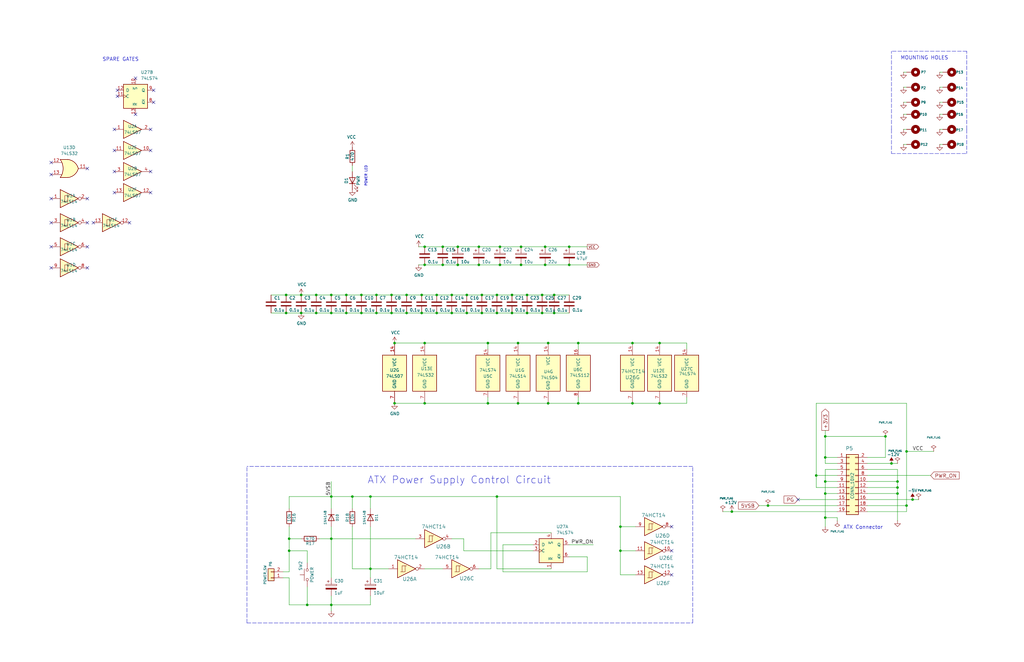
<source format=kicad_sch>
(kicad_sch (version 20231120) (generator "eeschema") (generator_version "8.0")
  (paper "B")
  (title_block (title "CortexPC") (date "2025-05-25") (rev "V0.5"))
  (lib_symbols
    (symbol "74xx:74LS04"
      (property "Reference" "U" (at 0 1.27 0))
      (property "Value" "74LS04" (at 0 -1.27 0))
      (symbol "74LS04_1_0"
        (pin input line (at -7.62 0 0) (length 3.81) (name "~") (number "1"))
        (pin output inverted (at 7.62 0 180) (length 3.81) (name "~") (number "2"))
      )
      (symbol "74LS04_2_0"
        (pin input line (at -7.62 0 0) (length 3.81) (name "~") (number "3"))
        (pin output inverted (at 7.62 0 180) (length 3.81) (name "~") (number "4"))
      )
      (symbol "74LS04_3_0"
        (pin input line (at -7.62 0 0) (length 3.81) (name "~") (number "5"))
        (pin output inverted (at 7.62 0 180) (length 3.81) (name "~") (number "6"))
      )
      (symbol "74LS04_4_0"
        (pin output inverted (at 7.62 0 180) (length 3.81) (name "~") (number "8"))
        (pin input line (at -7.62 0 0) (length 3.81) (name "~") (number "9"))
      )
      (symbol "74LS04_5_0"
        (pin output inverted (at 7.62 0 180) (length 3.81) (name "~") (number "10"))
        (pin input line (at -7.62 0 0) (length 3.81) (name "~") (number "11"))
      )
      (symbol "74LS04_6_0"
        (pin output inverted (at 7.62 0 180) (length 3.81) (name "~") (number "12"))
        (pin input line (at -7.62 0 0) (length 3.81) (name "~") (number "13"))
      )
      (symbol "74LS04_7_0"
        (pin power_in line (at 0 12.7 270) (length 5.08) (name "VCC") (number "14"))
        (pin power_in line (at 0 -12.7 90) (length 5.08) (name "GND") (number "7"))
      )
    )
    (symbol "74xx:74LS07" (pin_names (offset 1.016))
      (property "Reference" "U" (at 0 1.27 0))
      (property "Value" "74LS07" (at 0 -1.27 0))
      (symbol "74LS07_1_0"
        (pin input line (at -7.62 0 0) (length 3.81) (name "~") (number "1"))
        (pin open_collector line (at 7.62 0 180) (length 3.81) (name "~") (number "2"))
      )
      (symbol "74LS07_2_0"
        (pin input line (at -7.62 0 0) (length 3.81) (name "~") (number "3"))
        (pin open_collector line (at 7.62 0 180) (length 3.81) (name "~") (number "4"))
      )
      (symbol "74LS07_3_0"
        (pin input line (at -7.62 0 0) (length 3.81) (name "~") (number "5"))
        (pin open_collector line (at 7.62 0 180) (length 3.81) (name "~") (number "6"))
      )
      (symbol "74LS07_4_0"
        (pin open_collector line (at 7.62 0 180) (length 3.81) (name "~") (number "8"))
        (pin input line (at -7.62 0 0) (length 3.81) (name "~") (number "9"))
      )
      (symbol "74LS07_5_0"
        (pin open_collector line (at 7.62 0 180) (length 3.81) (name "~") (number "10"))
        (pin input line (at -7.62 0 0) (length 3.81) (name "~") (number "11"))
      )
      (symbol "74LS07_6_0"
        (pin open_collector line (at 7.62 0 180) (length 3.81) (name "~") (number "12"))
        (pin input line (at -7.62 0 0) (length 3.81) (name "~") (number "13"))
      )
      (symbol "74LS07_7_0"
        (pin power_in line (at 0 12.7 270) (length 5.08) (name "VCC") (number "14"))
        (pin power_in line (at 0 -12.7 90) (length 5.08) (name "GND") (number "7"))
      )
    )
    (symbol "74xx:74LS112" (pin_names (offset 1.016))
      (property "Reference" "U" (at -7.62 8.89 0))
      (property "Value" "74LS112" (at -7.62 -8.89 0))
      (symbol "74LS112_1_0"
        (pin input clock (at -7.62 0 0) (length 2.54) (name "C") (number "1"))
        (pin input line (at 0 -7.62 90) (length 2.54) (name "~{R}") (number "15"))
        (pin input line (at -7.62 -2.54 0) (length 2.54) (name "K") (number "2"))
        (pin input line (at -7.62 2.54 0) (length 2.54) (name "J") (number "3"))
        (pin input line (at 0 7.62 270) (length 2.54) (name "~{S}") (number "4"))
        (pin output line (at 7.62 2.54 180) (length 2.54) (name "Q") (number "5"))
        (pin output line (at 7.62 -2.54 180) (length 2.54) (name "~{Q}") (number "6"))
      )
      (symbol "74LS112_2_0"
        (pin input line (at 0 7.62 270) (length 2.54) (name "~{S}") (number "10"))
        (pin input line (at -7.62 2.54 0) (length 2.54) (name "J") (number "11"))
        (pin input line (at -7.62 -2.54 0) (length 2.54) (name "K") (number "12"))
        (pin input clock (at -7.62 0 0) (length 2.54) (name "C") (number "13"))
        (pin input line (at 0 -7.62 90) (length 2.54) (name "~{R}") (number "14"))
        (pin output line (at 7.62 -2.54 180) (length 2.54) (name "~{Q}") (number "7"))
        (pin output line (at 7.62 2.54 180) (length 2.54) (name "Q") (number "9"))
      )
      (symbol "74LS112_3_0"
        (pin power_in line (at 0 10.16 270) (length 2.54) (name "VCC") (number "16"))
        (pin power_in line (at 0 -10.16 90) (length 2.54) (name "GND") (number "8"))
      )
    )
    (symbol "74xx:74LS14" (pin_names (offset 1.016))
      (property "Reference" "U" (at 0 1.27 0))
      (property "Value" "74LS14" (at 0 -1.27 0))
      (symbol "74LS14_1_0"
        (pin input line (at -7.62 0 0) (length 3.81) (name "~") (number "1"))
        (pin output inverted (at 7.62 0 180) (length 3.81) (name "~") (number "2"))
      )
      (symbol "74LS14_2_0"
        (pin input line (at -7.62 0 0) (length 3.81) (name "~") (number "3"))
        (pin output inverted (at 7.62 0 180) (length 3.81) (name "~") (number "4"))
      )
      (symbol "74LS14_3_0"
        (pin input line (at -7.62 0 0) (length 3.81) (name "~") (number "5"))
        (pin output inverted (at 7.62 0 180) (length 3.81) (name "~") (number "6"))
      )
      (symbol "74LS14_4_0"
        (pin output inverted (at 7.62 0 180) (length 3.81) (name "~") (number "8"))
        (pin input line (at -7.62 0 0) (length 3.81) (name "~") (number "9"))
      )
      (symbol "74LS14_5_0"
        (pin output inverted (at 7.62 0 180) (length 3.81) (name "~") (number "10"))
        (pin input line (at -7.62 0 0) (length 3.81) (name "~") (number "11"))
      )
      (symbol "74LS14_6_0"
        (pin output inverted (at 7.62 0 180) (length 3.81) (name "~") (number "12"))
        (pin input line (at -7.62 0 0) (length 3.81) (name "~") (number "13"))
      )
      (symbol "74LS14_7_0"
        (pin power_in line (at 0 12.7 270) (length 5.08) (name "VCC") (number "14"))
        (pin power_in line (at 0 -12.7 90) (length 5.08) (name "GND") (number "7"))
      )
    )
    (symbol "74xx:74LS32" (pin_names (offset 1.016))
      (property "Reference" "U" (at 0 1.27 0))
      (property "Value" "74LS32" (at 0 -1.27 0))
      (symbol "74LS32_1_1"
        (pin input line (at -7.62 2.54 0) (length 4.318) (name "~") (number "1"))
        (pin input line (at -7.62 -2.54 0) (length 4.318) (name "~") (number "2"))
        (pin output line (at 7.62 0 180) (length 3.81) (name "~") (number "3"))
      )
      (symbol "74LS32_1_2"
        (pin input inverted (at -7.62 2.54 0) (length 3.81) (name "~") (number "1"))
        (pin input inverted (at -7.62 -2.54 0) (length 3.81) (name "~") (number "2"))
        (pin output inverted (at 7.62 0 180) (length 3.81) (name "~") (number "3"))
      )
      (symbol "74LS32_2_1"
        (pin input line (at -7.62 2.54 0) (length 4.318) (name "~") (number "4"))
        (pin input line (at -7.62 -2.54 0) (length 4.318) (name "~") (number "5"))
        (pin output line (at 7.62 0 180) (length 3.81) (name "~") (number "6"))
      )
      (symbol "74LS32_2_2"
        (pin input inverted (at -7.62 2.54 0) (length 3.81) (name "~") (number "4"))
        (pin input inverted (at -7.62 -2.54 0) (length 3.81) (name "~") (number "5"))
        (pin output inverted (at 7.62 0 180) (length 3.81) (name "~") (number "6"))
      )
      (symbol "74LS32_3_1"
        (pin input line (at -7.62 -2.54 0) (length 4.318) (name "~") (number "10"))
        (pin output line (at 7.62 0 180) (length 3.81) (name "~") (number "8"))
        (pin input line (at -7.62 2.54 0) (length 4.318) (name "~") (number "9"))
      )
      (symbol "74LS32_3_2"
        (pin input inverted (at -7.62 -2.54 0) (length 3.81) (name "~") (number "10"))
        (pin output inverted (at 7.62 0 180) (length 3.81) (name "~") (number "8"))
        (pin input inverted (at -7.62 2.54 0) (length 3.81) (name "~") (number "9"))
      )
      (symbol "74LS32_4_1"
        (pin output line (at 7.62 0 180) (length 3.81) (name "~") (number "11"))
        (pin input line (at -7.62 2.54 0) (length 4.318) (name "~") (number "12"))
        (pin input line (at -7.62 -2.54 0) (length 4.318) (name "~") (number "13"))
      )
      (symbol "74LS32_4_2"
        (pin output inverted (at 7.62 0 180) (length 3.81) (name "~") (number "11"))
        (pin input inverted (at -7.62 2.54 0) (length 3.81) (name "~") (number "12"))
        (pin input inverted (at -7.62 -2.54 0) (length 3.81) (name "~") (number "13"))
      )
      (symbol "74LS32_5_0"
        (pin power_in line (at 0 12.7 270) (length 5.08) (name "VCC") (number "14"))
        (pin power_in line (at 0 -12.7 90) (length 5.08) (name "GND") (number "7"))
      )
    )
    (symbol "74xx:74LS74" (pin_names (offset 1.016))
      (property "Reference" "U" (at -7.62 8.89 0))
      (property "Value" "74LS74" (at -7.62 -8.89 0))
      (symbol "74LS74_1_0"
        (pin input line (at 0 -7.62 90) (length 2.54) (name "~{R}") (number "1"))
        (pin input line (at -7.62 2.54 0) (length 2.54) (name "D") (number "2"))
        (pin input clock (at -7.62 0 0) (length 2.54) (name "C") (number "3"))
        (pin input line (at 0 7.62 270) (length 2.54) (name "~{S}") (number "4"))
        (pin output line (at 7.62 2.54 180) (length 2.54) (name "Q") (number "5"))
        (pin output line (at 7.62 -2.54 180) (length 2.54) (name "~{Q}") (number "6"))
      )
      (symbol "74LS74_2_0"
        (pin input line (at 0 7.62 270) (length 2.54) (name "~{S}") (number "10"))
        (pin input clock (at -7.62 0 0) (length 2.54) (name "C") (number "11"))
        (pin input line (at -7.62 2.54 0) (length 2.54) (name "D") (number "12"))
        (pin input line (at 0 -7.62 90) (length 2.54) (name "~{R}") (number "13"))
        (pin output line (at 7.62 -2.54 180) (length 2.54) (name "~{Q}") (number "8"))
        (pin output line (at 7.62 2.54 180) (length 2.54) (name "Q") (number "9"))
      )
      (symbol "74LS74_3_0"
        (pin power_in line (at 0 10.16 270) (length 2.54) (name "VCC") (number "14"))
        (pin power_in line (at 0 -10.16 90) (length 2.54) (name "GND") (number "7"))
      )
    )
    (symbol "Connector_Generic:Conn_01x02" (pin_names (offset 1.016) hide)
      (property "Reference" "J" (at 0 2.54 0))
      (property "Value" "Conn_01x02" (at 0 -5.08 0))
      (symbol "Conn_01x02_1_1"
        (pin passive line (at -5.08 0 0) (length 3.81) (name "Pin_1") (number "1"))
        (pin passive line (at -5.08 -2.54 0) (length 3.81) (name "Pin_2") (number "2"))
      )
    )
    (symbol "Connector_Generic:Conn_02x10_Odd_Even" (pin_names (offset 1.016) hide)
      (property "Reference" "J" (at 1.27 12.7 0))
      (property "Value" "Conn_02x10_Odd_Even" (at 1.27 -15.24 0))
      (symbol "Conn_02x10_Odd_Even_1_1"
        (pin passive line (at -5.08 10.16 0) (length 3.81) (name "Pin_1") (number "1"))
        (pin passive line (at 7.62 0 180) (length 3.81) (name "Pin_10") (number "10"))
        (pin passive line (at -5.08 -2.54 0) (length 3.81) (name "Pin_11") (number "11"))
        (pin passive line (at 7.62 -2.54 180) (length 3.81) (name "Pin_12") (number "12"))
        (pin passive line (at -5.08 -5.08 0) (length 3.81) (name "Pin_13") (number "13"))
        (pin passive line (at 7.62 -5.08 180) (length 3.81) (name "Pin_14") (number "14"))
        (pin passive line (at -5.08 -7.62 0) (length 3.81) (name "Pin_15") (number "15"))
        (pin passive line (at 7.62 -7.62 180) (length 3.81) (name "Pin_16") (number "16"))
        (pin passive line (at -5.08 -10.16 0) (length 3.81) (name "Pin_17") (number "17"))
        (pin passive line (at 7.62 -10.16 180) (length 3.81) (name "Pin_18") (number "18"))
        (pin passive line (at -5.08 -12.7 0) (length 3.81) (name "Pin_19") (number "19"))
        (pin passive line (at 7.62 10.16 180) (length 3.81) (name "Pin_2") (number "2"))
        (pin passive line (at 7.62 -12.7 180) (length 3.81) (name "Pin_20") (number "20"))
        (pin passive line (at -5.08 7.62 0) (length 3.81) (name "Pin_3") (number "3"))
        (pin passive line (at 7.62 7.62 180) (length 3.81) (name "Pin_4") (number "4"))
        (pin passive line (at -5.08 5.08 0) (length 3.81) (name "Pin_5") (number "5"))
        (pin passive line (at 7.62 5.08 180) (length 3.81) (name "Pin_6") (number "6"))
        (pin passive line (at -5.08 2.54 0) (length 3.81) (name "Pin_7") (number "7"))
        (pin passive line (at 7.62 2.54 180) (length 3.81) (name "Pin_8") (number "8"))
        (pin passive line (at -5.08 0 0) (length 3.81) (name "Pin_9") (number "9"))
      )
    )
    (symbol "Device:C" (pin_numbers hide) (pin_names (offset 0.254))
      (property "Reference" "C" (at 0.635 2.54 0))
      (property "Value" "C" (at 0.635 -2.54 0))
      (symbol "C_1_1"
        (pin passive line (at 0 3.81 270) (length 2.794) (name "~") (number "1"))
        (pin passive line (at 0 -3.81 90) (length 2.794) (name "~") (number "2"))
      )
    )
    (symbol "Device:C_Polarized" (pin_numbers hide) (pin_names (offset 0.254))
      (property "Reference" "C" (at 0.635 2.54 0))
      (property "Value" "C_Polarized" (at 0.635 -2.54 0))
      (symbol "C_Polarized_1_1"
        (pin passive line (at 0 3.81 270) (length 2.794) (name "~") (number "1"))
        (pin passive line (at 0 -3.81 90) (length 2.794) (name "~") (number "2"))
      )
    )
    (symbol "Device:LED" (pin_numbers hide) (pin_names (offset 1.016) hide)
      (property "Reference" "D" (at 0 2.54 0))
      (property "Value" "LED" (at 0 -2.54 0))
      (symbol "LED_1_1"
        (pin passive line (at -3.81 0 0) (length 2.54) (name "K") (number "1"))
        (pin passive line (at 3.81 0 180) (length 2.54) (name "A") (number "2"))
      )
    )
    (symbol "Device:R" (pin_numbers hide) (pin_names (offset 0))
      (property "Reference" "R" (at 2.032 0 90))
      (property "Value" "R" (at 0 0 90))
      (symbol "R_1_1"
        (pin passive line (at 0 3.81 270) (length 1.27) (name "~") (number "1"))
        (pin passive line (at 0 -3.81 90) (length 1.27) (name "~") (number "2"))
      )
    )
    (symbol "Diode:1N4148" (pin_numbers hide) (pin_names hide)
      (property "Reference" "D" (at 0 2.54 0))
      (property "Value" "1N4148" (at 0 -2.54 0))
      (symbol "1N4148_1_1"
        (pin passive line (at -3.81 0 0) (length 2.54) (name "K") (number "1"))
        (pin passive line (at 3.81 0 180) (length 2.54) (name "A") (number "2"))
      )
    )
    (symbol "Mechanical:MountingHole_Pad" (pin_numbers hide) (pin_names (offset 1.016) hide) (exclude_from_sim yes) (in_bom no)
      (property "Reference" "H" (at 0 6.35 0))
      (property "Value" "MountingHole_Pad" (at 0 4.445 0))
      (symbol "MountingHole_Pad_1_1"
        (pin input line (at 0 -2.54 90) (length 2.54) (name "1") (number "1"))
      )
    )
    (symbol "Switch:SW_Push" (pin_numbers hide) (pin_names (offset 1.016) hide)
      (property "Reference" "SW" (at 1.27 2.54 0))
      (property "Value" "SW_Push" (at 0 -1.524 0))
      (symbol "SW_Push_0_1"
        (pin passive line (at -5.08 0 0) (length 2.54) (name "1") (number "1"))
        (pin passive line (at 5.08 0 180) (length 2.54) (name "2") (number "2"))
      )
    )
    (symbol "power:+12V" (power) (pin_numbers hide) (pin_names (offset 0) hide)
      (property "Value" "+12V" (at 0 3.556 0))
      (symbol "+12V_1_1"
        (pin power_in line (at 0 0 90) (length 0) (name "~") (number "1"))
      )
    )
    (symbol "power:-12V" (power) (pin_numbers hide) (pin_names (offset 0) hide)
      (property "Value" "-12V" (at 0 3.556 0))
      (symbol "-12V_0_0"
        (pin power_in line (at 0 0 90) (length 0) (name "~") (number "1"))
      )
    )
    (symbol "power:-5V" (power) (pin_numbers hide) (pin_names (offset 0) hide)
      (property "Value" "-5V" (at 0 3.556 0))
      (symbol "-5V_0_0"
        (pin power_in line (at 0 0 90) (length 0) (name "~") (number "1"))
      )
    )
    (symbol "power:GND" (power) (pin_numbers hide) (pin_names (offset 0) hide)
      (property "Value" "GND" (at 0 -3.81 0))
      (symbol "GND_1_1"
        (pin power_in line (at 0 0 270) (length 0) (name "~") (number "1"))
      )
    )
    (symbol "power:PWR_FLAG" (power) (pin_numbers hide) (pin_names (offset 0) hide)
      (property "Value" "PWR_FLAG" (at 0 3.81 0))
      (symbol "PWR_FLAG_0_0"
        (pin power_out line (at 0 0 90) (length 0) (name "~") (number "1"))
      )
    )
    (symbol "power:VCC" (power) (pin_numbers hide) (pin_names (offset 0) hide)
      (property "Value" "VCC" (at 0 3.556 0))
      (symbol "VCC_1_1"
        (pin power_in line (at 0 0 90) (length 0) (name "~") (number "1"))
      )
    )
  )
  (junction (at 179.07 144.78))
  (junction (at 228.6 132.08))
  (junction (at 196.85 132.08))
  (junction (at 210.82 104.14))
  (junction (at 378.46 203.2))
  (junction (at 156.21 209.55))
  (junction (at 148.59 209.55))
  (junction (at 278.13 170.18))
  (junction (at 179.07 111.76))
  (junction (at 266.7 170.18))
  (junction (at 278.13 144.78))
  (junction (at 190.5 124.46))
  (junction (at 201.93 111.76))
  (junction (at 152.4 124.46))
  (junction (at 196.85 124.46))
  (junction (at 171.45 132.08))
  (junction (at 139.7 209.55))
  (junction (at 382.27 190.5))
  (junction (at 228.6 124.46))
  (junction (at 347.98 208.28))
  (junction (at 243.84 144.78))
  (junction (at 240.03 111.76))
  (junction (at 209.55 209.55))
  (junction (at 201.93 104.14))
  (junction (at 158.75 124.46))
  (junction (at 373.38 184.15))
  (junction (at 177.8 132.08))
  (junction (at 186.69 111.76))
  (junction (at 209.55 124.46))
  (junction (at 186.69 104.14))
  (junction (at 308.61 215.9))
  (junction (at 233.68 132.08))
  (junction (at 233.68 124.46))
  (junction (at 127 124.46))
  (junction (at 218.44 144.78))
  (junction (at 139.7 227.33))
  (junction (at 184.15 132.08))
  (junction (at 165.1 124.46))
  (junction (at 347.98 193.04))
  (junction (at 171.45 124.46))
  (junction (at 146.05 132.08))
  (junction (at 139.7 132.08))
  (junction (at 347.98 203.2))
  (junction (at 215.9 132.08))
  (junction (at 209.55 132.08))
  (junction (at 205.74 144.78))
  (junction (at 121.92 232.41))
  (junction (at 179.07 104.14))
  (junction (at 240.03 104.14))
  (junction (at 203.2 132.08))
  (junction (at 222.25 124.46))
  (junction (at 347.98 218.44))
  (junction (at 152.4 132.08))
  (junction (at 218.44 170.18))
  (junction (at 215.9 124.46))
  (junction (at 166.37 144.78))
  (junction (at 375.92 195.58))
  (junction (at 229.87 104.14))
  (junction (at 193.04 104.14))
  (junction (at 378.46 205.74))
  (junction (at 243.84 170.18))
  (junction (at 139.7 255.27))
  (junction (at 139.7 124.46))
  (junction (at 382.27 213.36))
  (junction (at 146.05 124.46))
  (junction (at 120.65 124.46))
  (junction (at 129.54 255.27))
  (junction (at 347.98 184.15))
  (junction (at 190.5 132.08))
  (junction (at 231.14 170.18))
  (junction (at 156.21 240.03))
  (junction (at 205.74 170.18))
  (junction (at 120.65 132.08))
  (junction (at 219.71 111.76))
  (junction (at 133.35 132.08))
  (junction (at 384.81 210.82))
  (junction (at 261.62 222.25))
  (junction (at 219.71 104.14))
  (junction (at 133.35 124.46))
  (junction (at 203.2 124.46))
  (junction (at 323.85 213.36))
  (junction (at 193.04 111.76))
  (junction (at 261.62 232.41))
  (junction (at 222.25 132.08))
  (junction (at 229.87 111.76))
  (junction (at 127 132.08))
  (junction (at 231.14 144.78))
  (junction (at 378.46 208.28))
  (junction (at 166.37 170.18))
  (junction (at 210.82 111.76))
  (junction (at 177.8 124.46))
  (junction (at 165.1 132.08))
  (junction (at 121.92 227.33))
  (junction (at 344.17 200.66))
  (junction (at 158.75 132.08))
  (junction (at 179.07 170.18))
  (junction (at 266.7 144.78))
  (junction (at 184.15 124.46))
  (no_connect (at 36.83 104.14))
  (no_connect (at 63.5 72.39))
  (no_connect (at 49.53 38.1))
  (no_connect (at 36.83 71.12))
  (no_connect (at 48.26 63.5))
  (no_connect (at 283.21 242.57))
  (no_connect (at 336.55 210.82))
  (no_connect (at 63.5 63.5))
  (no_connect (at 48.26 72.39))
  (no_connect (at 48.26 81.28))
  (no_connect (at 57.15 48.26))
  (no_connect (at 283.21 222.25))
  (no_connect (at 63.5 54.61))
  (no_connect (at 36.83 93.98))
  (no_connect (at 36.83 83.82))
  (no_connect (at 54.61 93.98))
  (no_connect (at 64.77 38.1))
  (no_connect (at 21.59 113.03))
  (no_connect (at 21.59 104.14))
  (no_connect (at 36.83 113.03))
  (no_connect (at 39.37 93.98))
  (no_connect (at 57.15 33.02))
  (no_connect (at 21.59 68.58))
  (no_connect (at 48.26 54.61))
  (no_connect (at 21.59 93.98))
  (no_connect (at 63.5 81.28))
  (no_connect (at 49.53 40.64))
  (no_connect (at 283.21 232.41))
  (no_connect (at 64.77 43.18))
  (no_connect (at 21.59 83.82))
  (no_connect (at 21.59 73.66))
  (wire (pts (xy 231.14 144.78) (xy 243.84 144.78)))
  (wire (pts (xy 396.24 43.18) (xy 397.51 43.18)))
  (wire (pts (xy 373.38 193.04) (xy 373.38 184.15)))
  (wire (pts (xy 195.58 232.41) (xy 195.58 227.33)))
  (wire (pts (xy 261.62 242.57) (xy 267.97 242.57)))
  (wire (pts (xy 261.62 232.41) (xy 261.62 242.57)))
  (wire (pts (xy 146.05 124.46) (xy 152.4 124.46)))
  (wire (pts (xy 347.98 203.2) (xy 347.98 198.12)))
  (wire (pts (xy 347.98 193.04) (xy 347.98 195.58)))
  (wire (pts (xy 365.76 208.28) (xy 378.46 208.28)))
  (wire (pts (xy 222.25 132.08) (xy 228.6 132.08)))
  (wire (pts (xy 207.01 224.79) (xy 207.01 240.03)))
  (wire (pts (xy 133.35 124.46) (xy 139.7 124.46)))
  (wire (pts (xy 205.74 167.64) (xy 205.74 170.18)))
  (wire (pts (xy 212.09 241.3) (xy 247.65 241.3)))
  (wire (pts (xy 210.82 111.76) (xy 219.71 111.76)))
  (wire (pts (xy 289.56 144.78) (xy 289.56 147.32)))
  (wire (pts (xy 215.9 132.08) (xy 222.25 132.08)))
  (wire (pts (xy 347.98 203.2) (xy 353.06 203.2)))
  (wire (pts (xy 139.7 209.55) (xy 148.59 209.55)))
  (wire (pts (xy 196.85 124.46) (xy 203.2 124.46)))
  (wire (pts (xy 119.38 243.84) (xy 121.92 243.84)))
  (wire (pts (xy 381 48.26) (xy 382.27 48.26)))
  (wire (pts (xy 365.76 200.66) (xy 392.43 200.66)))
  (wire (pts (xy 114.3 124.46) (xy 120.65 124.46)))
  (wire (pts (xy 243.84 144.78) (xy 243.84 147.32)))
  (wire (pts (xy 176.53 111.76) (xy 179.07 111.76)))
  (wire (pts (xy 165.1 132.08) (xy 171.45 132.08)))
  (wire (pts (xy 121.92 232.41) (xy 129.54 232.41)))
  (wire (pts (xy 353.06 210.82) (xy 336.55 210.82)))
  (wire (pts (xy 156.21 209.55) (xy 156.21 214.63)))
  (wire (pts (xy 232.41 240.03) (xy 209.55 240.03)))
  (wire (pts (xy 381 30.48) (xy 382.27 30.48)))
  (wire (pts (xy 231.14 170.18) (xy 243.84 170.18)))
  (wire (pts (xy 129.54 255.27) (xy 121.92 255.27)))
  (wire (pts (xy 139.7 132.08) (xy 146.05 132.08)))
  (wire (pts (xy 278.13 144.78) (xy 289.56 144.78)))
  (polyline (pts (xy 407.67 54.61) (xy 407.67 21.59)) (stroke (width 0) (type dash)))
  (wire (pts (xy 247.65 234.95) (xy 247.65 241.3)))
  (wire (pts (xy 134.62 227.33) (xy 139.7 227.33)))
  (wire (pts (xy 228.6 124.46) (xy 233.68 124.46)))
  (wire (pts (xy 261.62 222.25) (xy 267.97 222.25)))
  (wire (pts (xy 240.03 111.76) (xy 247.65 111.76)))
  (wire (pts (xy 166.37 144.78) (xy 179.07 144.78)))
  (wire (pts (xy 139.7 222.25) (xy 139.7 227.33)))
  (wire (pts (xy 323.85 213.36) (xy 353.06 213.36)))
  (wire (pts (xy 347.98 208.28) (xy 347.98 203.2)))
  (wire (pts (xy 365.76 215.9) (xy 382.27 215.9)))
  (polyline (pts (xy 292.1 262.89) (xy 292.1 196.85)) (stroke (width 0) (type dash)))
  (wire (pts (xy 139.7 251.46) (xy 139.7 255.27)))
  (wire (pts (xy 129.54 232.41) (xy 129.54 237.49)))
  (wire (pts (xy 129.54 247.65) (xy 129.54 255.27)))
  (wire (pts (xy 240.03 104.14) (xy 247.65 104.14)))
  (wire (pts (xy 353.06 205.74) (xy 344.17 205.74)))
  (wire (pts (xy 344.17 205.74) (xy 344.17 200.66)))
  (wire (pts (xy 212.09 241.3) (xy 212.09 229.87)))
  (polyline (pts (xy 292.1 196.85) (xy 104.14 196.85)) (stroke (width 0) (type dash)))
  (wire (pts (xy 152.4 132.08) (xy 158.75 132.08)))
  (wire (pts (xy 382.27 170.18) (xy 382.27 190.5)))
  (wire (pts (xy 165.1 124.46) (xy 171.45 124.46)))
  (wire (pts (xy 261.62 232.41) (xy 267.97 232.41)))
  (wire (pts (xy 365.76 198.12) (xy 378.46 198.12)))
  (wire (pts (xy 261.62 222.25) (xy 261.62 232.41)))
  (wire (pts (xy 193.04 104.14) (xy 201.93 104.14)))
  (wire (pts (xy 218.44 170.18) (xy 231.14 170.18)))
  (wire (pts (xy 148.59 209.55) (xy 148.59 214.63)))
  (wire (pts (xy 171.45 132.08) (xy 177.8 132.08)))
  (wire (pts (xy 139.7 255.27) (xy 129.54 255.27)))
  (wire (pts (xy 177.8 132.08) (xy 184.15 132.08)))
  (wire (pts (xy 304.8 215.9) (xy 308.61 215.9)))
  (wire (pts (xy 179.07 111.76) (xy 186.69 111.76)))
  (wire (pts (xy 186.69 111.76) (xy 193.04 111.76)))
  (wire (pts (xy 243.84 170.18) (xy 266.7 170.18)))
  (wire (pts (xy 121.92 209.55) (xy 139.7 209.55)))
  (wire (pts (xy 378.46 219.71) (xy 378.46 208.28)))
  (wire (pts (xy 219.71 104.14) (xy 229.87 104.14)))
  (wire (pts (xy 196.85 132.08) (xy 203.2 132.08)))
  (wire (pts (xy 347.98 218.44) (xy 353.06 218.44)))
  (wire (pts (xy 186.69 104.14) (xy 193.04 104.14)))
  (wire (pts (xy 396.24 48.26) (xy 397.51 48.26)))
  (wire (pts (xy 121.92 243.84) (xy 121.92 255.27)))
  (wire (pts (xy 365.76 193.04) (xy 373.38 193.04)))
  (wire (pts (xy 184.15 132.08) (xy 190.5 132.08)))
  (polyline (pts (xy 407.67 21.59) (xy 375.92 21.59)) (stroke (width 0) (type dash)))
  (wire (pts (xy 381 60.96) (xy 382.27 60.96)))
  (wire (pts (xy 365.76 195.58) (xy 375.92 195.58)))
  (wire (pts (xy 365.76 213.36) (xy 382.27 213.36)))
  (wire (pts (xy 148.59 222.25) (xy 148.59 240.03)))
  (wire (pts (xy 156.21 209.55) (xy 209.55 209.55)))
  (wire (pts (xy 148.59 240.03) (xy 156.21 240.03)))
  (polyline (pts (xy 104.14 262.89) (xy 104.14 196.85)) (stroke (width 0) (type dash)))
  (wire (pts (xy 228.6 132.08) (xy 233.68 132.08)))
  (wire (pts (xy 378.46 203.2) (xy 378.46 198.12)))
  (wire (pts (xy 156.21 255.27) (xy 139.7 255.27)))
  (wire (pts (xy 121.92 209.55) (xy 121.92 214.63)))
  (wire (pts (xy 381 54.61) (xy 382.27 54.61)))
  (wire (pts (xy 308.61 215.9) (xy 353.06 215.9)))
  (wire (pts (xy 347.98 198.12) (xy 353.06 198.12)))
  (wire (pts (xy 347.98 222.25) (xy 347.98 218.44)))
  (wire (pts (xy 243.84 144.78) (xy 266.7 144.78)))
  (wire (pts (xy 382.27 215.9) (xy 382.27 213.36)))
  (wire (pts (xy 233.68 132.08) (xy 240.03 132.08)))
  (wire (pts (xy 127 132.08) (xy 133.35 132.08)))
  (wire (pts (xy 209.55 209.55) (xy 261.62 209.55)))
  (wire (pts (xy 156.21 251.46) (xy 156.21 255.27)))
  (wire (pts (xy 381 43.18) (xy 382.27 43.18)))
  (wire (pts (xy 247.65 234.95) (xy 240.03 234.95)))
  (wire (pts (xy 139.7 255.27) (xy 139.7 257.81)))
  (wire (pts (xy 347.98 184.15) (xy 347.98 193.04)))
  (wire (pts (xy 382.27 190.5) (xy 393.7 190.5)))
  (wire (pts (xy 396.24 54.61) (xy 397.51 54.61)))
  (wire (pts (xy 201.93 240.03) (xy 207.01 240.03)))
  (wire (pts (xy 203.2 132.08) (xy 209.55 132.08)))
  (wire (pts (xy 179.07 170.18) (xy 205.74 170.18)))
  (wire (pts (xy 120.65 124.46) (xy 127 124.46)))
  (wire (pts (xy 375.92 195.58) (xy 378.46 195.58)))
  (wire (pts (xy 261.62 209.55) (xy 261.62 222.25)))
  (wire (pts (xy 266.7 170.18) (xy 278.13 170.18)))
  (wire (pts (xy 205.74 144.78) (xy 218.44 144.78)))
  (wire (pts (xy 266.7 144.78) (xy 278.13 144.78)))
  (wire (pts (xy 382.27 213.36) (xy 382.27 190.5)))
  (wire (pts (xy 240.03 229.87) (xy 250.19 229.87)))
  (wire (pts (xy 179.07 104.14) (xy 186.69 104.14)))
  (wire (pts (xy 146.05 132.08) (xy 152.4 132.08)))
  (wire (pts (xy 139.7 203.2) (xy 139.7 209.55)))
  (polyline (pts (xy 375.92 54.61) (xy 375.92 64.77)) (stroke (width 0) (type dash)))
  (wire (pts (xy 176.53 104.14) (xy 179.07 104.14)))
  (wire (pts (xy 347.98 218.44) (xy 347.98 208.28)))
  (wire (pts (xy 209.55 132.08) (xy 215.9 132.08)))
  (wire (pts (xy 158.75 124.46) (xy 165.1 124.46)))
  (wire (pts (xy 365.76 205.74) (xy 378.46 205.74)))
  (wire (pts (xy 139.7 227.33) (xy 175.26 227.33)))
  (wire (pts (xy 171.45 124.46) (xy 177.8 124.46)))
  (wire (pts (xy 156.21 240.03) (xy 163.83 240.03)))
  (wire (pts (xy 139.7 227.33) (xy 139.7 243.84)))
  (wire (pts (xy 121.92 232.41) (xy 121.92 241.3)))
  (wire (pts (xy 190.5 124.46) (xy 196.85 124.46)))
  (wire (pts (xy 344.17 200.66) (xy 353.06 200.66)))
  (wire (pts (xy 215.9 124.46) (xy 222.25 124.46)))
  (wire (pts (xy 219.71 111.76) (xy 229.87 111.76)))
  (wire (pts (xy 233.68 124.46) (xy 240.03 124.46)))
  (wire (pts (xy 148.59 69.85) (xy 148.59 72.39)))
  (wire (pts (xy 210.82 104.14) (xy 219.71 104.14)))
  (wire (pts (xy 195.58 232.41) (xy 224.79 232.41)))
  (wire (pts (xy 139.7 124.46) (xy 146.05 124.46)))
  (wire (pts (xy 179.07 240.03) (xy 186.69 240.03)))
  (wire (pts (xy 133.35 132.08) (xy 139.7 132.08)))
  (wire (pts (xy 166.37 170.18) (xy 179.07 170.18)))
  (wire (pts (xy 148.59 209.55) (xy 156.21 209.55)))
  (wire (pts (xy 373.38 184.15) (xy 347.98 184.15)))
  (wire (pts (xy 205.74 144.78) (xy 205.74 147.32)))
  (wire (pts (xy 139.7 209.55) (xy 139.7 214.63)))
  (wire (pts (xy 209.55 209.55) (xy 209.55 240.03)))
  (wire (pts (xy 121.92 227.33) (xy 127 227.33)))
  (wire (pts (xy 177.8 124.46) (xy 184.15 124.46)))
  (wire (pts (xy 378.46 208.28) (xy 378.46 205.74)))
  (wire (pts (xy 365.76 203.2) (xy 378.46 203.2)))
  (wire (pts (xy 121.92 222.25) (xy 121.92 227.33)))
  (wire (pts (xy 156.21 240.03) (xy 156.21 243.84)))
  (wire (pts (xy 396.24 36.83) (xy 397.51 36.83)))
  (wire (pts (xy 201.93 111.76) (xy 210.82 111.76)))
  (wire (pts (xy 114.3 132.08) (xy 120.65 132.08)))
  (wire (pts (xy 203.2 124.46) (xy 209.55 124.46)))
  (wire (pts (xy 229.87 111.76) (xy 240.03 111.76)))
  (wire (pts (xy 205.74 170.18) (xy 218.44 170.18)))
  (wire (pts (xy 353.06 193.04) (xy 347.98 193.04)))
  (wire (pts (xy 152.4 124.46) (xy 158.75 124.46)))
  (wire (pts (xy 193.04 111.76) (xy 201.93 111.76)))
  (wire (pts (xy 289.56 170.18) (xy 289.56 167.64)))
  (wire (pts (xy 384.81 210.82) (xy 387.35 210.82)))
  (wire (pts (xy 381 36.83) (xy 382.27 36.83)))
  (wire (pts (xy 209.55 124.46) (xy 215.9 124.46)))
  (wire (pts (xy 347.98 195.58) (xy 353.06 195.58)))
  (wire (pts (xy 396.24 30.48) (xy 397.51 30.48)))
  (wire (pts (xy 320.04 213.36) (xy 323.85 213.36)))
  (wire (pts (xy 190.5 227.33) (xy 195.58 227.33)))
  (wire (pts (xy 353.06 218.44) (xy 353.06 219.71)))
  (wire (pts (xy 201.93 104.14) (xy 210.82 104.14)))
  (wire (pts (xy 344.17 170.18) (xy 382.27 170.18)))
  (wire (pts (xy 222.25 124.46) (xy 228.6 124.46)))
  (wire (pts (xy 184.15 124.46) (xy 190.5 124.46)))
  (wire (pts (xy 229.87 104.14) (xy 240.03 104.14)))
  (wire (pts (xy 190.5 132.08) (xy 196.85 132.08)))
  (polyline (pts (xy 375.92 64.77) (xy 407.67 64.77)) (stroke (width 0) (type dash)))
  (wire (pts (xy 218.44 144.78) (xy 231.14 144.78)))
  (wire (pts (xy 119.38 241.3) (xy 121.92 241.3)))
  (wire (pts (xy 121.92 227.33) (xy 121.92 232.41)))
  (polyline (pts (xy 104.14 262.89) (xy 292.1 262.89)) (stroke (width 0) (type dash)))
  (wire (pts (xy 396.24 60.96) (xy 397.51 60.96)))
  (wire (pts (xy 158.75 132.08) (xy 165.1 132.08)))
  (wire (pts (xy 347.98 181.61) (xy 347.98 184.15)))
  (wire (pts (xy 278.13 170.18) (xy 289.56 170.18)))
  (wire (pts (xy 179.07 144.78) (xy 205.74 144.78)))
  (wire (pts (xy 156.21 222.25) (xy 156.21 240.03)))
  (wire (pts (xy 127 124.46) (xy 133.35 124.46)))
  (polyline (pts (xy 375.92 54.61) (xy 375.92 21.59)) (stroke (width 0) (type dash)))
  (wire (pts (xy 243.84 167.64) (xy 243.84 170.18)))
  (wire (pts (xy 232.41 224.79) (xy 207.01 224.79)))
  (wire (pts (xy 365.76 210.82) (xy 384.81 210.82)))
  (wire (pts (xy 347.98 208.28) (xy 353.06 208.28)))
  (polyline (pts (xy 407.67 54.61) (xy 407.67 64.77)) (stroke (width 0) (type dash)))
  (wire (pts (xy 212.09 229.87) (xy 224.79 229.87)))
  (wire (pts (xy 344.17 170.18) (xy 344.17 200.66)))
  (wire (pts (xy 120.65 132.08) (xy 127 132.08)))
  (wire (pts (xy 378.46 205.74) (xy 378.46 203.2)))
  (text "POWER LED" (at 154.94 78.74 90) (effects (font (size 1.016 1.016)) (justify left bottom)))
  (text "ATX Power Supply Control Circuit" (at 154.94 204.47 0) (effects (font (size 3.048 3.048)) (justify left bottom)))
  (text "MOUNTING HOLES" (at 379.73 25.4 0) (effects (font (size 1.524 1.524)) (justify left bottom)))
  (text "SPARE GATES" (at 43.18 26.035 0) (effects (font (size 1.524 1.524)) (justify left bottom)))
  (text "ATX Connector" (at 355.6 223.52 0) (effects (font (size 1.524 1.524)) (justify left bottom)))
  (label "PWR_ON" (at 250.19 229.87 180) (effects (font (size 1.524 1.524))))
  (label "5VSB" (at 139.7 203.2 270) (effects (font (size 1.524 1.524))))
  (label "VCC" (at 384.81 190.5 0) (effects (font (size 1.524 1.524))))
  (global_label "GND" (shape output) (at 247.65 111.76 0) (effects (font (size 1.016 1.016))) (property "Intersheetrefs" "${INTERSHEET_REFS}" (effects (hide yes))))
  (global_label "+3V3" (shape output) (at 347.98 181.61 90) (effects (font (size 1.524 1.524))) (property "Intersheetrefs" "${INTERSHEET_REFS}" (effects (hide yes))))
  (global_label "5VSB" (shape input) (at 320.04 213.36 180) (effects (font (size 1.524 1.524))) (property "Intersheetrefs" "${INTERSHEET_REFS}" (effects (hide yes))))
  (global_label "VCC" (shape output) (at 247.65 104.14 0) (effects (font (size 1.016 1.016))) (property "Intersheetrefs" "${INTERSHEET_REFS}" (effects (hide yes))))
  (global_label "PWR_ON" (shape input) (at 392.43 200.66 0) (effects (font (size 1.524 1.524))) (property "Intersheetrefs" "${INTERSHEET_REFS}" (effects (hide yes))))
  (global_label "PG" (shape input) (at 336.55 210.82 180) (effects (font (size 1.524 1.524))) (property "Intersheetrefs" "${INTERSHEET_REFS}" (effects (hide yes))))
  (symbol (lib_id "power:GND") (at 166.37 170.18 0) (unit 1)
    (property "Reference" "#PWR06" (effects (hide yes)))
    (property "Value" "GND" (at 166.497 174.5742 0))
    (property "Description" "Power symbol creates a global label with name \"GND\" , ground" (effects (hide yes)))
  )
  (symbol (lib_id "Device:C_Polarized") (at 240.03 107.95 0) (unit 1)
    (property "Reference" "C28" (at 243.0272 106.7816 0) (effects (justify left)))
    (property "Value" "47uF" (at 243.0272 109.093 0) (effects (justify left)))
    (property "Footprint" "Custom:STD_DDW_PCAP" (effects (hide yes)))
  )
  (symbol (lib_id "Device:C_Polarized") (at 193.04 107.95 0) (unit 1)
    (property "Reference" "C18" (at 194.31 105.41 0) (effects (justify left)))
    (property "Value" "10u" (at 194.31 110.49 0) (effects (justify left)))
    (property "Footprint" "Custom:STD_DDW_PCAP" (effects (hide yes)))
  )
  (symbol (lib_id "Device:C_Polarized") (at 219.71 107.95 0) (unit 1)
    (property "Reference" "C24" (at 220.98 105.41 0) (effects (justify left)))
    (property "Value" "10u" (at 220.98 110.49 0) (effects (justify left)))
    (property "Footprint" "Custom:STD_DDW_PCAP" (effects (hide yes)))
  )
  (symbol (lib_id "Device:C") (at 215.9 128.27 0) (unit 1)
    (property "Reference" "C21" (at 217.17 125.73 0) (effects (justify left)))
    (property "Value" "0.1u" (at 217.17 130.81 0) (effects (justify left)))
    (property "Footprint" "Custom:STD_DDW_CAP" (effects (hide yes)))
  )
  (symbol (lib_id "74xx:74LS07") (at 166.37 157.48 0) (unit 7)
    (property "Reference" "U2" (at 166.37 156.21 0))
    (property "Value" "74LS07" (at 166.37 158.75 0))
    (property "Footprint" "Custom:STD_DDW_DIP14" (effects (hide yes)))
    (property "Datasheet" "www.ti.com/lit/ds/symlink/sn74ls07.pdf" (effects (hide yes)))
  )
  (symbol (lib_id "Device:C_Polarized") (at 229.87 107.95 0) (unit 1)
    (property "Reference" "C26" (at 231.14 105.41 0) (effects (justify left)))
    (property "Value" "22u" (at 231.14 110.49 0) (effects (justify left)))
    (property "Footprint" "Custom:STD_DDW_PCAP" (effects (hide yes)))
  )
  (symbol (lib_id "Device:C") (at 165.1 128.27 0) (unit 1)
    (property "Reference" "C8" (at 166.37 125.73 0) (effects (justify left)))
    (property "Value" "0.1u" (at 166.37 130.81 0) (effects (justify left)))
    (property "Footprint" "Custom:STD_DDW_CAP" (effects (hide yes)))
  )
  (symbol (lib_id "Device:C") (at 171.45 128.27 0) (unit 1)
    (property "Reference" "C9" (at 172.72 125.73 0) (effects (justify left)))
    (property "Value" "0.1u" (at 172.72 130.81 0) (effects (justify left)))
    (property "Footprint" "Custom:STD_DDW_CAP" (effects (hide yes)))
  )
  (symbol (lib_id "Device:C") (at 177.8 128.27 0) (unit 1)
    (property "Reference" "C11" (at 179.07 125.73 0) (effects (justify left)))
    (property "Value" "0.1u" (at 179.07 130.81 0) (effects (justify left)))
    (property "Footprint" "Custom:STD_DDW_CAP" (effects (hide yes)))
  )
  (symbol (lib_id "Device:C") (at 184.15 128.27 0) (unit 1)
    (property "Reference" "C12" (at 185.42 125.73 0) (effects (justify left)))
    (property "Value" "0.1u" (at 185.42 130.81 0) (effects (justify left)))
    (property "Footprint" "Custom:STD_DDW_CAP" (effects (hide yes)))
  )
  (symbol (lib_id "power:VCC") (at 166.37 144.78 0) (unit 1)
    (property "Reference" "#PWR05" (effects (hide yes)))
    (property "Value" "VCC" (at 166.8018 140.3858 0))
    (property "Description" "Power symbol creates a global label with name \"VCC\"" (effects (hide yes)))
  )
  (symbol (lib_id "Device:C") (at 190.5 128.27 0) (unit 1)
    (property "Reference" "C14" (at 191.77 125.73 0) (effects (justify left)))
    (property "Value" "0.1u" (at 191.77 130.81 0) (effects (justify left)))
    (property "Footprint" "Custom:STD_DDW_CAP" (effects (hide yes)))
  )
  (symbol (lib_id "Device:C") (at 196.85 128.27 0) (unit 1)
    (property "Reference" "C16" (at 198.12 125.73 0) (effects (justify left)))
    (property "Value" "0.1u" (at 198.12 130.81 0) (effects (justify left)))
    (property "Footprint" "Custom:STD_DDW_CAP" (effects (hide yes)))
  )
  (symbol (lib_id "Device:C") (at 209.55 128.27 0) (unit 1)
    (property "Reference" "C19" (at 210.82 125.73 0) (effects (justify left)))
    (property "Value" "0.1u" (at 210.82 130.81 0) (effects (justify left)))
    (property "Footprint" "Custom:STD_DDW_CAP" (effects (hide yes)))
  )
  (symbol (lib_id "Device:C") (at 203.2 128.27 0) (unit 1)
    (property "Reference" "C17" (at 204.47 125.73 0) (effects (justify left)))
    (property "Value" "0.1u" (at 204.47 130.81 0) (effects (justify left)))
    (property "Footprint" "Custom:STD_DDW_CAP" (effects (hide yes)))
  )
  (symbol (lib_id "Device:C") (at 158.75 128.27 0) (unit 1)
    (property "Reference" "C7" (at 160.02 125.73 0) (effects (justify left)))
    (property "Value" "0.1u" (at 160.02 130.81 0) (effects (justify left)))
    (property "Footprint" "Custom:STD_DDW_CAP" (effects (hide yes)))
  )
  (symbol (lib_id "Device:C_Polarized") (at 210.82 107.95 0) (unit 1)
    (property "Reference" "C22" (at 212.09 105.41 0) (effects (justify left)))
    (property "Value" "10u" (at 212.09 110.49 0) (effects (justify left)))
    (property "Footprint" "Custom:STD_DDW_PCAP" (effects (hide yes)))
  )
  (symbol (lib_id "Device:C_Polarized") (at 201.93 107.95 0) (unit 1)
    (property "Reference" "C20" (at 203.2 105.41 0) (effects (justify left)))
    (property "Value" "10u" (at 203.2 110.49 0) (effects (justify left)))
    (property "Footprint" "Custom:STD_DDW_PCAP" (effects (hide yes)))
  )
  (symbol (lib_id "Device:C") (at 120.65 128.27 0) (unit 1)
    (property "Reference" "C2" (at 121.92 125.73 0) (effects (justify left)))
    (property "Value" "0.1u" (at 121.92 130.81 0) (effects (justify left)))
    (property "Footprint" "Custom:STD_DDW_CAP" (effects (hide yes)))
  )
  (symbol (lib_id "Device:C") (at 127 128.27 0) (unit 1)
    (property "Reference" "C3" (at 128.27 125.73 0) (effects (justify left)))
    (property "Value" "0.1u" (at 128.27 130.81 0) (effects (justify left)))
    (property "Footprint" "Custom:STD_DDW_CAP" (effects (hide yes)))
  )
  (symbol (lib_id "Device:C") (at 133.35 128.27 0) (unit 1)
    (property "Reference" "C4" (at 134.62 125.73 0) (effects (justify left)))
    (property "Value" "0.1u" (at 134.62 130.81 0) (effects (justify left)))
    (property "Footprint" "Custom:STD_DDW_CAP" (effects (hide yes)))
  )
  (symbol (lib_id "Device:C") (at 139.7 128.27 0) (unit 1)
    (property "Reference" "C5" (at 140.97 125.73 0) (effects (justify left)))
    (property "Value" "0.1u" (at 140.97 130.81 0) (effects (justify left)))
    (property "Footprint" "Custom:STD_DDW_CAP" (effects (hide yes)))
  )
  (symbol (lib_id "Device:C") (at 146.05 128.27 0) (unit 1)
    (property "Reference" "C6" (at 147.32 125.73 0) (effects (justify left)))
    (property "Value" "0.1u" (at 147.32 130.81 0) (effects (justify left)))
    (property "Footprint" "Custom:STD_DDW_CAP" (effects (hide yes)))
  )
  (symbol (lib_id "power:GND") (at 127 132.08 0) (unit 1)
    (property "Reference" "#PWR02" (effects (hide yes)))
    (property "Value" "GND" (at 127.127 136.4742 0))
    (property "Description" "Power symbol creates a global label with name \"GND\" , ground" (effects (hide yes)))
  )
  (symbol (lib_id "Device:LED") (at 148.59 76.2 90) (unit 1)
    (property "Reference" "D1" (at 146.05 76.2 0))
    (property "Value" "PWR" (at 151.13 76.2 0))
    (property "Footprint" "Custom:STD_DDW_LED5" (effects (hide yes)))
  )
  (symbol (lib_id "power:VCC") (at 176.53 104.14 0) (unit 1)
    (property "Reference" "#PWR07" (effects (hide yes)))
    (property "Value" "VCC" (at 176.911 99.7458 0))
    (property "Description" "Power symbol creates a global label with name \"VCC\"" (effects (hide yes)))
  )
  (symbol (lib_id "power:GND") (at 176.53 111.76 0) (unit 1)
    (property "Reference" "#PWR08" (effects (hide yes)))
    (property "Value" "GND" (at 176.657 116.1542 0))
    (property "Description" "Power symbol creates a global label with name \"GND\" , ground" (effects (hide yes)))
  )
  (symbol (lib_id "power:GND") (at 148.59 80.01 0) (unit 1)
    (property "Reference" "#PWR04" (effects (hide yes)))
    (property "Value" "GND" (at 148.717 84.4042 0))
    (property "Description" "Power symbol creates a global label with name \"GND\" , ground" (effects (hide yes)))
  )
  (symbol (lib_id "power:VCC") (at 127 124.46 0) (unit 1)
    (property "Reference" "#PWR01" (effects (hide yes)))
    (property "Value" "VCC" (at 127.381 120.0658 0))
    (property "Description" "Power symbol creates a global label with name \"VCC\"" (effects (hide yes)))
  )
  (symbol (lib_id "power:GND") (at 381 30.48 0) (unit 1)
    (property "Reference" "#PWR09" (effects (hide yes)))
    (property "Value" "GND" (effects (hide yes)))
    (property "Description" "Power symbol creates a global label with name \"GND\" , ground" (effects (hide yes)))
  )
  (symbol (lib_id "Device:C") (at 240.03 128.27 0) (unit 1)
    (property "Reference" "C29" (at 241.3 125.73 0) (effects (justify left)))
    (property "Value" "0.1u" (at 241.3 130.81 0) (effects (justify left)))
    (property "Footprint" "Custom:STD_DDW_CAP" (effects (hide yes)))
  )
  (symbol (lib_id "power:PWR_FLAG") (at 378.46 195.58 0) (unit 1)
    (property "Reference" "#FLG08" (effects (hide yes)))
    (property "Value" "PWR_FLAG" (at 377.444 190.246 0) (effects (font (size 0.762 0.762))))
    (property "Description" "Special symbol for telling ERC where power comes from" (effects (hide yes)))
  )
  (symbol (lib_id "power:VCC") (at 148.59 62.23 0) (mirror y) (unit 1)
    (property "Reference" "#PWR03" (effects (hide yes)))
    (property "Value" "VCC" (at 148.209 57.8358 0))
    (property "Description" "Power symbol creates a global label with name \"VCC\"" (effects (hide yes)))
  )
  (symbol (lib_id "power:PWR_FLAG") (at 323.85 213.36 0) (unit 1)
    (property "Reference" "#FLG06" (effects (hide yes)))
    (property "Value" "PWR_FLAG" (at 323.85 207.518 0) (effects (font (size 0.762 0.762))))
    (property "Description" "Special symbol for telling ERC where power comes from" (effects (hide yes)))
  )
  (symbol (lib_id "74xx:74LS07") (at 55.88 63.5 0) (unit 5)
    (property "Reference" "U2" (at 55.88 62.23 0))
    (property "Value" "74LS07" (at 55.88 64.77 0))
    (property "Footprint" "Custom:STD_DDW_DIP14" (effects (hide yes)))
    (property "Datasheet" "www.ti.com/lit/ds/symlink/sn74ls07.pdf" (effects (hide yes)))
  )
  (symbol (lib_id "Device:C") (at 114.3 128.27 0) (unit 1)
    (property "Reference" "C1" (at 115.57 125.73 0) (effects (justify left)))
    (property "Value" "0.1u" (at 115.57 130.81 0) (effects (justify left)))
    (property "Footprint" "Custom:STD_DDW_CAP" (effects (hide yes)))
  )
  (symbol (lib_id "Mechanical:MountingHole_Pad") (at 384.81 30.48 270) (unit 1) (exclude_from_sim yes) (in_bom no)
    (property "Reference" "P7" (at 389.382 30.48 90) (effects (font (size 1.016 1.016))))
    (property "Value" "CONN_1" (effects (hide yes)))
    (property "Footprint" "MountingHole:MountingHole_3.2mm_M3_Pad_TopBottom" (effects (hide yes)))
    (property "Description" "Mounting Hole with connection" (effects (hide yes)))
  )
  (symbol (lib_id "power:PWR_FLAG") (at 387.35 210.82 0) (unit 1)
    (property "Reference" "#FLG09" (effects (hide yes)))
    (property "Value" "PWR_FLAG" (at 389.89 207.01 0) (effects (font (size 0.762 0.762))))
    (property "Description" "Special symbol for telling ERC where power comes from" (effects (hide yes)))
  )
  (symbol (lib_id "Connector_Generic:Conn_01x02") (at 114.3 243.84 180) (unit 1)
    (property "Reference" "P6" (at 114.046 237.998 90) (effects (font (size 1.016 1.016))))
    (property "Value" "POWER_SW" (at 111.76 242.57 90) (effects (font (size 1.016 1.016))))
    (property "Footprint" "Custom:STD_DDW_PINHEAD_V_1x02" (effects (hide yes)))
    (property "Description" "Generic connector, single row, 01x02, script generated (kicad-library-utils/schlib/autogen/connector/)" (effects (hide yes)))
  )
  (symbol (lib_id "Switch:SW_Push") (at 129.54 242.57 90) (unit 1)
    (property "Reference" "SW2" (at 126.746 238.76 0))
    (property "Value" "POWER" (at 131.572 242.57 0))
    (property "Footprint" "Custom:STD_DDW_TACTSW" (effects (hide yes)))
    (property "Description" "Push button switch, generic, two pins" (effects (hide yes)))
  )
  (symbol (lib_id "74xx:74LS04") (at 231.14 157.48 0) (unit 7)
    (property "Reference" "U4" (at 229.235 156.845 0) (effects (justify left)))
    (property "Value" "74LS04" (at 227.965 159.385 0) (effects (justify left)))
    (property "Footprint" "Custom:STD_DDW_DIP14" (effects (hide yes)))
    (property "Datasheet" "http://www.ti.com/lit/gpn/sn74LS04" (effects (hide yes)))
  )
  (symbol (lib_id "74xx:74LS32") (at 29.21 71.12 0) (unit 4)
    (property "Reference" "U13" (at 29.21 62.23 0))
    (property "Value" "74LS32" (at 29.21 64.77 0))
    (property "Footprint" "Custom:STD_DDW_DIP14" (effects (hide yes)))
    (property "Datasheet" "http://www.ti.com/lit/gpn/sn74LS32" (effects (hide yes)))
    (property "Description" "Quad 2-input OR" (effects (hide yes)))
  )
  (symbol (lib_id "Device:C") (at 179.07 107.95 0) (unit 1)
    (property "Reference" "C13" (at 180.34 105.41 0) (effects (justify left)))
    (property "Value" "0.1u" (at 180.34 110.49 0) (effects (justify left)))
    (property "Footprint" "Custom:STD_DDW_CAP" (effects (hide yes)))
  )
  (symbol (lib_id "power:GND") (at 396.24 54.61 0) (unit 1)
    (property "Reference" "#PWR083" (effects (hide yes)))
    (property "Value" "GND" (effects (hide yes)))
    (property "Description" "Power symbol creates a global label with name \"GND\" , ground" (effects (hide yes)))
  )
  (symbol (lib_id "74xx:74LS32") (at 179.07 157.48 0) (unit 5)
    (property "Reference" "U13" (at 177.419 155.575 0) (effects (justify left)))
    (property "Value" "74LS32" (at 175.768 158.242 0) (effects (justify left)))
    (property "Footprint" "Custom:STD_DDW_DIP14" (effects (hide yes)))
    (property "Datasheet" "http://www.ti.com/lit/gpn/sn74LS32" (effects (hide yes)))
    (property "Description" "Quad 2-input OR" (effects (hide yes)))
  )
  (symbol (lib_id "74xx:74LS07") (at 55.88 54.61 0) (unit 1)
    (property "Reference" "U2" (at 55.88 53.34 0))
    (property "Value" "74LS07" (at 55.88 55.88 0))
    (property "Footprint" "Custom:STD_DDW_DIP14" (effects (hide yes)))
    (property "Datasheet" "www.ti.com/lit/ds/symlink/sn74ls07.pdf" (effects (hide yes)))
  )
  (symbol (lib_id "Device:C") (at 152.4 128.27 0) (unit 1)
    (property "Reference" "C10" (at 153.67 125.73 0) (effects (justify left)))
    (property "Value" "0.1u" (at 153.67 130.81 0) (effects (justify left)))
    (property "Footprint" "Custom:STD_DDW_CAP" (effects (hide yes)))
  )
  (symbol (lib_id "Mechanical:MountingHole_Pad") (at 384.81 43.18 270) (unit 1) (exclude_from_sim yes) (in_bom no)
    (property "Reference" "P9" (at 389.382 43.18 90) (effects (font (size 1.016 1.016))))
    (property "Value" "CONN_1" (effects (hide yes)))
    (property "Footprint" "MountingHole:MountingHole_3.2mm_M3_Pad_TopBottom" (effects (hide yes)))
    (property "Description" "Mounting Hole with connection" (effects (hide yes)))
  )
  (symbol (lib_id "Device:C") (at 222.25 128.27 0) (unit 1)
    (property "Reference" "C23" (at 223.52 125.73 0) (effects (justify left)))
    (property "Value" "0.1u" (at 223.52 130.81 0) (effects (justify left)))
    (property "Footprint" "Custom:STD_DDW_CAP" (effects (hide yes)))
  )
  (symbol (lib_id "power:GND") (at 396.24 43.18 0) (unit 1)
    (property "Reference" "#PWR081" (effects (hide yes)))
    (property "Value" "GND" (effects (hide yes)))
    (property "Description" "Power symbol creates a global label with name \"GND\" , ground" (effects (hide yes)))
  )
  (symbol (lib_id "74xx:74LS74") (at 289.56 157.48 0) (unit 3)
    (property "Reference" "U27" (at 287.02 155.702 0) (effects (justify left)))
    (property "Value" "74LS74" (at 286.258 157.734 0) (effects (justify left)))
    (property "Footprint" "Custom:STD_DDW_DIP14" (effects (hide yes)))
    (property "Datasheet" "74xx/74hc_hct74.pdf" (effects (hide yes)))
    (property "Description" "Dual D Flip-flop, Set & Reset" (effects (hide yes)))
  )
  (symbol (lib_id "74xx:74LS14") (at 275.59 242.57 0) (unit 6)
    (property "Reference" "U26" (at 279.654 246.126 0) (effects (font (size 1.524 1.524))))
    (property "Value" "74HCT14" (at 279.146 239.014 0) (effects (font (size 1.524 1.524))))
    (property "Footprint" "Custom:STD_DDW_DIP14" (effects (hide yes)))
    (property "Datasheet" "http://www.ti.com/lit/gpn/sn74LS14" (effects (hide yes)))
    (property "Description" "Hex inverter schmitt trigger" (effects (hide yes)))
  )
  (symbol (lib_id "74xx:74LS14") (at 29.21 104.14 0) (unit 3)
    (property "Reference" "U1" (at 27.94 102.87 0) (effects (justify left)))
    (property "Value" "74LS14" (at 25.4 105.41 0) (effects (justify left)))
    (property "Footprint" "Custom:STD_DDW_DIP14" (effects (hide yes)))
    (property "Datasheet" "http://www.ti.com/lit/gpn/sn74LS14" (effects (hide yes)))
  )
  (symbol (lib_id "Device:C") (at 186.69 107.95 0) (unit 1)
    (property "Reference" "C15" (at 187.96 105.41 0) (effects (justify left)))
    (property "Value" "0.1u" (at 187.96 110.49 0) (effects (justify left)))
    (property "Footprint" "Custom:STD_DDW_CAP" (effects (hide yes)))
  )
  (symbol (lib_id "74xx:74LS14") (at 46.99 93.98 0) (unit 6)
    (property "Reference" "U1" (at 45.72 92.71 0) (effects (justify left)))
    (property "Value" "74LS14" (at 43.18 95.25 0) (effects (justify left)))
    (property "Footprint" "Custom:STD_DDW_DIP14" (effects (hide yes)))
    (property "Datasheet" "http://www.ti.com/lit/gpn/sn74LS14" (effects (hide yes)))
  )
  (symbol (lib_id "power:GND") (at 381 43.18 0) (unit 1)
    (property "Reference" "#PWR075" (effects (hide yes)))
    (property "Value" "GND" (effects (hide yes)))
    (property "Description" "Power symbol creates a global label with name \"GND\" , ground" (effects (hide yes)))
  )
  (symbol (lib_id "Device:R") (at 148.59 66.04 180) (unit 1)
    (property "Reference" "R1" (at 146.558 66.04 90))
    (property "Value" "470" (at 148.59 66.04 90))
    (property "Footprint" "Custom:STD_DDW_RESISTOR" (effects (hide yes)))
  )
  (symbol (lib_id "power:GND") (at 396.24 36.83 0) (unit 1)
    (property "Reference" "#PWR080" (effects (hide yes)))
    (property "Value" "GND" (effects (hide yes)))
    (property "Description" "Power symbol creates a global label with name \"GND\" , ground" (effects (hide yes)))
  )
  (symbol (lib_id "power:GND") (at 381 54.61 0) (unit 1)
    (property "Reference" "#PWR077" (effects (hide yes)))
    (property "Value" "GND" (effects (hide yes)))
    (property "Description" "Power symbol creates a global label with name \"GND\" , ground" (effects (hide yes)))
  )
  (symbol (lib_id "74xx:74LS14") (at 275.59 222.25 0) (unit 4)
    (property "Reference" "U26" (at 279.4 226.06 0) (effects (font (size 1.524 1.524))))
    (property "Value" "74HCT14" (at 275.59 217.424 0) (effects (font (size 1.524 1.524))))
    (property "Footprint" "Custom:STD_DDW_DIP14" (effects (hide yes)))
    (property "Datasheet" "http://www.ti.com/lit/gpn/sn74LS14" (effects (hide yes)))
    (property "Description" "Hex inverter schmitt trigger" (effects (hide yes)))
  )
  (symbol (lib_id "74xx:74LS07") (at 55.88 72.39 0) (unit 2)
    (property "Reference" "U2" (at 55.88 71.12 0))
    (property "Value" "74LS07" (at 55.88 73.66 0))
    (property "Footprint" "Custom:STD_DDW_DIP14" (effects (hide yes)))
    (property "Datasheet" "www.ti.com/lit/ds/symlink/sn74ls07.pdf" (effects (hide yes)))
  )
  (symbol (lib_id "74xx:74LS14") (at 182.88 227.33 0) (unit 2)
    (property "Reference" "U26" (at 186.944 230.632 0) (effects (font (size 1.524 1.524))))
    (property "Value" "74HCT14" (at 182.88 222.25 0) (effects (font (size 1.524 1.524))))
    (property "Footprint" "Custom:STD_DDW_DIP14" (effects (hide yes)))
    (property "Datasheet" "http://www.ti.com/lit/gpn/sn74LS14" (effects (hide yes)))
    (property "Description" "Hex inverter schmitt trigger" (effects (hide yes)))
  )
  (symbol (lib_id "power:GND") (at 396.24 60.96 0) (unit 1)
    (property "Reference" "#PWR084" (effects (hide yes)))
    (property "Value" "GND" (effects (hide yes)))
    (property "Description" "Power symbol creates a global label with name \"GND\" , ground" (effects (hide yes)))
  )
  (symbol (lib_id "Mechanical:MountingHole_Pad") (at 400.05 30.48 270) (unit 1) (exclude_from_sim yes) (in_bom no)
    (property "Reference" "P13" (at 404.622 30.48 90) (effects (font (size 1.016 1.016))))
    (property "Value" "CONN_1" (effects (hide yes)))
    (property "Footprint" "MountingHole:MountingHole_3.2mm_M3_Pad_TopBottom" (effects (hide yes)))
    (property "Description" "Mounting Hole with connection" (effects (hide yes)))
  )
  (symbol (lib_id "74xx:74LS14") (at 194.31 240.03 0) (unit 3)
    (property "Reference" "U26" (at 196.85 244.094 0) (effects (font (size 1.524 1.524))))
    (property "Value" "74HCT14" (at 188.468 235.204 0) (effects (font (size 1.524 1.524))))
    (property "Footprint" "Custom:STD_DDW_DIP14" (effects (hide yes)))
    (property "Datasheet" "http://www.ti.com/lit/gpn/sn74LS14" (effects (hide yes)))
    (property "Description" "Hex inverter schmitt trigger" (effects (hide yes)))
  )
  (symbol (lib_id "74xx:74LS32") (at 278.13 157.48 0) (unit 5)
    (property "Reference" "U12" (at 277.876 156.464 0))
    (property "Value" "74LS32" (at 277.876 158.75 0))
    (property "Footprint" "Custom:STD_DDW_DIP14" (effects (hide yes)))
    (property "Datasheet" "http://www.ti.com/lit/gpn/sn74LS32" (effects (hide yes)))
    (property "Description" "Quad 2-input OR" (effects (hide yes)))
  )
  (symbol (lib_id "74xx:74LS14") (at 275.59 232.41 0) (unit 5)
    (property "Reference" "U26" (at 280.924 235.458 0) (effects (font (size 1.524 1.524))))
    (property "Value" "74HCT14" (at 279.146 228.854 0) (effects (font (size 1.524 1.524))))
    (property "Footprint" "Custom:STD_DDW_DIP14" (effects (hide yes)))
    (property "Datasheet" "http://www.ti.com/lit/gpn/sn74LS14" (effects (hide yes)))
    (property "Description" "Hex inverter schmitt trigger" (effects (hide yes)))
  )
  (symbol (lib_id "power:PWR_FLAG") (at 353.06 219.71 180) (unit 1)
    (property "Reference" "#GND01" (effects (hide yes)))
    (property "Value" "PWR_FLAG" (at 353.06 224.282 0) (effects (font (size 0.762 0.762))))
    (property "Description" "Special symbol for telling ERC where power comes from" (effects (hide yes)))
  )
  (symbol (lib_id "74xx:74LS14") (at 29.21 83.82 0) (unit 1)
    (property "Reference" "U1" (at 27.94 82.55 0) (effects (justify left)))
    (property "Value" "74LS14" (at 25.4 85.09 0) (effects (justify left)))
    (property "Footprint" "Custom:STD_DDW_DIP14" (effects (hide yes)))
    (property "Datasheet" "http://www.ti.com/lit/gpn/sn74LS14" (effects (hide yes)))
  )
  (symbol (lib_id "power:GND") (at 381 36.83 0) (unit 1)
    (property "Reference" "#PWR074" (effects (hide yes)))
    (property "Value" "GND" (effects (hide yes)))
    (property "Description" "Power symbol creates a global label with name \"GND\" , ground" (effects (hide yes)))
  )
  (symbol (lib_id "74xx:74LS07") (at 55.88 81.28 0) (unit 6)
    (property "Reference" "U2" (at 55.88 80.01 0))
    (property "Value" "74LS07" (at 55.88 82.55 0))
    (property "Footprint" "Custom:STD_DDW_DIP14" (effects (hide yes)))
    (property "Datasheet" "www.ti.com/lit/ds/symlink/sn74ls07.pdf" (effects (hide yes)))
  )
  (symbol (lib_id "Mechanical:MountingHole_Pad") (at 400.05 48.26 270) (unit 1) (exclude_from_sim yes) (in_bom no)
    (property "Reference" "P16" (at 404.622 48.26 90) (effects (font (size 1.016 1.016))))
    (property "Value" "CONN_1" (effects (hide yes)))
    (property "Footprint" "MountingHole:MountingHole_3.2mm_M3_Pad_TopBottom" (effects (hide yes)))
    (property "Description" "Mounting Hole with connection" (effects (hide yes)))
  )
  (symbol (lib_id "74xx:74LS74") (at 205.74 157.48 0) (mirror y) (unit 3)
    (property "Reference" "U5" (at 205.74 158.75 0))
    (property "Value" "74LS74" (at 205.74 156.21 0))
    (property "Footprint" "Custom:STD_DDW_DIP14" (effects (hide yes)))
    (property "Datasheet" "74xx/74hc_hct74.pdf" (effects (hide yes)))
  )
  (symbol (lib_id "Device:R") (at 148.59 218.44 180) (unit 1)
    (property "Reference" "R18" (at 146.558 218.44 90))
    (property "Value" "10k" (at 148.59 218.44 90))
    (property "Footprint" "Custom:STD_DDW_RESISTOR" (effects (hide yes)))
    (property "Description" "Resistor" (effects (hide yes)))
  )
  (symbol (lib_id "power:GND") (at 381 48.26 0) (unit 1)
    (property "Reference" "#PWR076" (effects (hide yes)))
    (property "Value" "GND" (effects (hide yes)))
    (property "Description" "Power symbol creates a global label with name \"GND\" , ground" (effects (hide yes)))
  )
  (symbol (lib_id "power:GND") (at 378.46 219.71 0) (unit 1)
    (property "Reference" "#PWR062" (effects (hide yes)))
    (property "Value" "GND" (effects (hide yes)))
    (property "Description" "Power symbol creates a global label with name \"GND\" , ground" (effects (hide yes)))
  )
  (symbol (lib_id "Mechanical:MountingHole_Pad") (at 400.05 43.18 270) (unit 1) (exclude_from_sim yes) (in_bom no)
    (property "Reference" "P15" (at 404.876 43.18 90) (effects (font (size 1.016 1.016))))
    (property "Value" "CONN_1" (effects (hide yes)))
    (property "Footprint" "MountingHole:MountingHole_3.2mm_M3_Pad_TopBottom" (effects (hide yes)))
    (property "Description" "Mounting Hole with connection" (effects (hide yes)))
  )
  (symbol (lib_id "74xx:74LS14") (at 218.44 157.48 0) (unit 7)
    (property "Reference" "U1" (at 217.17 156.21 0) (effects (justify left)))
    (property "Value" "74LS14" (at 214.63 158.75 0) (effects (justify left)))
    (property "Footprint" "Custom:STD_DDW_DIP14" (effects (hide yes)))
    (property "Datasheet" "http://www.ti.com/lit/gpn/sn74LS14" (effects (hide yes)))
  )
  (symbol (lib_id "74xx:74LS74") (at 57.15 40.64 0) (unit 2)
    (property "Reference" "U27" (at 59.3441 30.48 0) (effects (justify left)))
    (property "Value" "74LS74" (at 59.3441 33.02 0) (effects (justify left)))
    (property "Footprint" "Custom:STD_DDW_DIP14" (effects (hide yes)))
    (property "Datasheet" "74xx/74hc_hct74.pdf" (effects (hide yes)))
    (property "Description" "Dual D Flip-flop, Set & Reset" (effects (hide yes)))
  )
  (symbol (lib_id "power:GND") (at 396.24 30.48 0) (unit 1)
    (property "Reference" "#PWR079" (effects (hide yes)))
    (property "Value" "GND" (effects (hide yes)))
    (property "Description" "Power symbol creates a global label with name \"GND\" , ground" (effects (hide yes)))
  )
  (symbol (lib_id "Diode:1N4148") (at 139.7 218.44 270) (unit 1)
    (property "Reference" "D10" (at 142.24 218.44 0) (effects (font (size 1.016 1.016))))
    (property "Value" "1N4148" (at 137.16 218.44 0) (effects (font (size 1.016 1.016))))
    (property "Footprint" "Custom:STD_DDW_DIODE" (effects (hide yes)))
    (property "Datasheet" "https://assets.nexperia.com/documents/data-sheet/1N4148_1N4448.pdf" (effects (hide yes)))
    (property "Description" "100V 0.15A standard switching diode, DO-35" (effects (hide yes)))
    (property "Sim.Device" "D" (effects (hide yes)))
    (property "Sim.Pins" "1=K 2=A" (effects (hide yes)))
  )
  (symbol (lib_id "74xx:74LS74") (at 232.41 232.41 0) (unit 1)
    (property "Reference" "U27" (at 234.6041 222.25 0) (effects (justify left)))
    (property "Value" "74LS74" (at 234.6041 224.79 0) (effects (justify left)))
    (property "Footprint" "Custom:STD_DDW_DIP14" (effects (hide yes)))
    (property "Datasheet" "74xx/74hc_hct74.pdf" (effects (hide yes)))
    (property "Description" "Dual D Flip-flop, Set & Reset" (effects (hide yes)))
  )
  (symbol (lib_id "Mechanical:MountingHole_Pad") (at 400.05 54.61 270) (unit 1) (exclude_from_sim yes) (in_bom no)
    (property "Reference" "P17" (at 404.622 54.864 90) (effects (font (size 1.016 1.016))))
    (property "Value" "CONN_1" (effects (hide yes)))
    (property "Footprint" "MountingHole:MountingHole_3.2mm_M3_Pad_TopBottom" (effects (hide yes)))
    (property "Description" "Mounting Hole with connection" (effects (hide yes)))
  )
  (symbol (lib_id "Diode:1N4148") (at 156.21 218.44 270) (unit 1)
    (property "Reference" "D11" (at 158.75 218.44 0) (effects (font (size 1.016 1.016))))
    (property "Value" "1N4148" (at 153.67 218.44 0) (effects (font (size 1.016 1.016))))
    (property "Footprint" "Custom:STD_DDW_DIODE" (effects (hide yes)))
    (property "Datasheet" "https://assets.nexperia.com/documents/data-sheet/1N4148_1N4448.pdf" (effects (hide yes)))
    (property "Description" "100V 0.15A standard switching diode, DO-35" (effects (hide yes)))
    (property "Sim.Device" "D" (effects (hide yes)))
    (property "Sim.Pins" "1=K 2=A" (effects (hide yes)))
  )
  (symbol (lib_id "Device:C") (at 228.6 128.27 0) (unit 1)
    (property "Reference" "C25" (at 229.87 125.73 0) (effects (justify left)))
    (property "Value" "0.1u" (at 229.87 130.81 0) (effects (justify left)))
    (property "Footprint" "Custom:STD_DDW_CAP" (effects (hide yes)))
  )
  (symbol (lib_id "Connector_Generic:Conn_02x10_Odd_Even") (at 358.14 203.2 0) (unit 1)
    (property "Reference" "P5" (at 358.14 189.23 0) (effects (font (size 1.524 1.524))))
    (property "Value" "CONN_10X2" (at 359.41 204.978 90))
    (property "Footprint" "Custom:ATXConnector" (effects (hide yes)))
    (property "Description" "Generic connector, double row, 02x10, odd/even pin numbering scheme (row 1 odd numbers, row 2 even numbers), script generated (kicad-library-utils/schlib/autogen/connector/)" (effects (hide yes)))
  )
  (symbol (lib_id "74xx:74LS14") (at 29.21 93.98 0) (unit 2)
    (property "Reference" "U1" (at 27.94 92.71 0) (effects (justify left)))
    (property "Value" "74LS14" (at 25.4 95.25 0) (effects (justify left)))
    (property "Footprint" "Custom:STD_DDW_DIP14" (effects (hide yes)))
    (property "Datasheet" "http://www.ti.com/lit/gpn/sn74LS14" (effects (hide yes)))
  )
  (symbol (lib_id "Device:R") (at 130.81 227.33 270) (unit 1)
    (property "Reference" "R17" (at 130.81 229.362 90))
    (property "Value" "470" (at 130.81 227.33 90))
    (property "Footprint" "Custom:STD_DDW_RESISTOR" (effects (hide yes)))
    (property "Description" "Resistor" (effects (hide yes)))
  )
  (symbol (lib_id "power:PWR_FLAG") (at 304.8 215.9 0) (unit 1)
    (property "Reference" "#FLG05" (effects (hide yes)))
    (property "Value" "PWR_FLAG" (at 306.324 210.312 0) (effects (font (size 0.762 0.762))))
    (property "Description" "Special symbol for telling ERC where power comes from" (effects (hide yes)))
  )
  (symbol (lib_id "power:PWR_FLAG") (at 393.7 190.5 0) (unit 1)
    (property "Reference" "#FLG010" (effects (hide yes)))
    (property "Value" "PWR_FLAG" (at 393.7 184.658 0) (effects (font (size 0.762 0.762))))
    (property "Description" "Special symbol for telling ERC where power comes from" (effects (hide yes)))
  )
  (symbol (lib_id "Device:C") (at 233.68 128.27 0) (unit 1)
    (property "Reference" "C27" (at 234.95 125.73 0) (effects (justify left)))
    (property "Value" "0.1u" (at 234.95 130.81 0) (effects (justify left)))
    (property "Footprint" "Custom:STD_DDW_CAP" (effects (hide yes)))
  )
  (symbol (lib_id "74xx:74LS14") (at 266.7 157.48 0) (unit 7)
    (property "Reference" "U26" (at 266.7 159.258 0) (effects (font (size 1.524 1.524))))
    (property "Value" "74HCT14" (at 266.954 156.718 0) (effects (font (size 1.524 1.524))))
    (property "Footprint" "Custom:STD_DDW_DIP14" (effects (hide yes)))
    (property "Datasheet" "http://www.ti.com/lit/gpn/sn74LS14" (effects (hide yes)))
    (property "Description" "Hex inverter schmitt trigger" (effects (hide yes)))
  )
  (symbol (lib_id "power:GND") (at 381 60.96 0) (unit 1)
    (property "Reference" "#PWR078" (effects (hide yes)))
    (property "Value" "GND" (effects (hide yes)))
    (property "Description" "Power symbol creates a global label with name \"GND\" , ground" (effects (hide yes)))
  )
  (symbol (lib_id "power:-5V") (at 384.81 210.82 0) (unit 1)
    (property "Reference" "#PWR072" (effects (hide yes)))
    (property "Value" "-5V" (at 384.81 207.01 0))
    (property "Description" "Power symbol creates a global label with name \"-5V\"" (effects (hide yes)))
  )
  (symbol (lib_id "power:GND") (at 139.7 257.81 0) (unit 1)
    (property "Reference" "#PWR073" (effects (hide yes)))
    (property "Value" "GND" (effects (hide yes)))
    (property "Description" "Power symbol creates a global label with name \"GND\" , ground" (effects (hide yes)))
  )
  (symbol (lib_id "power:GND") (at 347.98 222.25 0) (unit 1)
    (property "Reference" "#PWR058" (effects (hide yes)))
    (property "Value" "GND" (effects (hide yes)))
    (property "Description" "Power symbol creates a global label with name \"GND\" , ground" (effects (hide yes)))
  )
  (symbol (lib_id "power:-12V") (at 375.92 195.58 0) (unit 1)
    (property "Reference" "#PWR061" (effects (hide yes)))
    (property "Value" "-12V" (at 376.682 191.77 0))
    (property "Description" "Power symbol creates a global label with name \"-12V\"" (effects (hide yes)))
  )
  (symbol (lib_id "Mechanical:MountingHole_Pad") (at 384.81 36.83 270) (unit 1) (exclude_from_sim yes) (in_bom no)
    (property "Reference" "P2" (at 389.382 37.084 90) (effects (font (size 1.016 1.016))))
    (property "Value" "CONN_1" (effects (hide yes)))
    (property "Footprint" "MountingHole:MountingHole_3.2mm_M3_Pad_TopBottom" (effects (hide yes)))
    (property "Description" "Mounting Hole with connection" (effects (hide yes)))
  )
  (symbol (lib_id "Mechanical:MountingHole_Pad") (at 400.05 36.83 270) (unit 1) (exclude_from_sim yes) (in_bom no)
    (property "Reference" "P14" (at 404.622 37.084 90) (effects (font (size 1.016 1.016))))
    (property "Value" "CONN_1" (effects (hide yes)))
    (property "Footprint" "MountingHole:MountingHole_3.2mm_M3_Pad_TopBottom" (effects (hide yes)))
    (property "Description" "Mounting Hole with connection" (effects (hide yes)))
  )
  (symbol (lib_id "Mechanical:MountingHole_Pad") (at 384.81 54.61 270) (unit 1) (exclude_from_sim yes) (in_bom no)
    (property "Reference" "P11" (at 389.382 54.864 90) (effects (font (size 1.016 1.016))))
    (property "Value" "CONN_1" (effects (hide yes)))
    (property "Footprint" "MountingHole:MountingHole_3.2mm_M3_Pad_TopBottom" (effects (hide yes)))
    (property "Description" "Mounting Hole with connection" (effects (hide yes)))
  )
  (symbol (lib_id "power:GND") (at 396.24 48.26 0) (unit 1)
    (property "Reference" "#PWR082" (effects (hide yes)))
    (property "Value" "GND" (effects (hide yes)))
    (property "Description" "Power symbol creates a global label with name \"GND\" , ground" (effects (hide yes)))
  )
  (symbol (lib_id "Mechanical:MountingHole_Pad") (at 384.81 60.96 270) (unit 1) (exclude_from_sim yes) (in_bom no)
    (property "Reference" "P12" (at 389.636 60.96 90) (effects (font (size 1.016 1.016))))
    (property "Value" "CONN_1" (effects (hide yes)))
    (property "Footprint" "MountingHole:MountingHole_3.2mm_M3_Pad_TopBottom" (effects (hide yes)))
    (property "Description" "Mounting Hole with connection" (effects (hide yes)))
  )
  (symbol (lib_id "74xx:74LS112") (at 243.84 157.48 0) (unit 3)
    (property "Reference" "U6" (at 241.681 155.956 0) (effects (justify left)))
    (property "Value" "74LS112" (at 240.157 158.369 0) (effects (justify left)))
    (property "Footprint" "Custom:STD_DDW_DIP16" (effects (hide yes)))
    (property "Datasheet" "http://www.ti.com/lit/gpn/sn74LS112" (effects (hide yes)))
  )
  (symbol (lib_id "power:PWR_FLAG") (at 373.38 184.15 0) (unit 1)
    (property "Reference" "#FLG07" (effects (hide yes)))
    (property "Value" "PWR_FLAG" (at 373.38 178.308 0) (effects (font (size 0.762 0.762))))
    (property "Description" "Special symbol for telling ERC where power comes from" (effects (hide yes)))
  )
  (symbol (lib_id "Device:C_Polarized") (at 139.7 247.65 0) (unit 1)
    (property "Reference" "C30" (at 140.97 245.11 0) (effects (justify left)))
    (property "Value" "1uF" (at 140.97 250.19 0) (effects (justify left)))
    (property "Footprint" "Custom:STD_DDW_PCAP" (effects (hide yes)))
    (property "Description" "Polarized capacitor" (effects (hide yes)))
  )
  (symbol (lib_id "74xx:74LS14") (at 29.21 113.03 0) (unit 4)
    (property "Reference" "U1" (at 27.94 111.76 0) (effects (justify left)))
    (property "Value" "74LS14" (at 25.4 114.3 0) (effects (justify left)))
    (property "Footprint" "Custom:STD_DDW_DIP14" (effects (hide yes)))
    (property "Datasheet" "http://www.ti.com/lit/gpn/sn74LS14" (effects (hide yes)))
  )
  (symbol (lib_id "Device:C_Polarized") (at 156.21 247.65 0) (unit 1)
    (property "Reference" "C31" (at 157.48 245.11 0) (effects (justify left)))
    (property "Value" "10uF" (at 157.48 250.19 0) (effects (justify left)))
    (property "Footprint" "Custom:STD_DDW_PCAP" (effects (hide yes)))
    (property "Description" "Polarized capacitor" (effects (hide yes)))
  )
  (symbol (lib_id "Mechanical:MountingHole_Pad") (at 400.05 60.96 270) (unit 1) (exclude_from_sim yes) (in_bom no)
    (property "Reference" "P18" (at 404.876 60.96 90) (effects (font (size 1.016 1.016))))
    (property "Value" "CONN_1" (effects (hide yes)))
    (property "Footprint" "MountingHole:MountingHole_3.2mm_M3_Pad_TopBottom" (effects (hide yes)))
    (property "Description" "Mounting Hole with connection" (effects (hide yes)))
  )
  (symbol (lib_id "74xx:74LS14") (at 171.45 240.03 0) (unit 1)
    (property "Reference" "U26" (at 172.72 244.348 0) (effects (font (size 1.524 1.524))))
    (property "Value" "74HCT14" (at 171.196 235.204 0) (effects (font (size 1.524 1.524))))
    (property "Footprint" "Custom:STD_DDW_DIP14" (effects (hide yes)))
    (property "Datasheet" "http://www.ti.com/lit/gpn/sn74LS14" (effects (hide yes)))
    (property "Description" "Hex inverter schmitt trigger" (effects (hide yes)))
  )
  (symbol (lib_id "Mechanical:MountingHole_Pad") (at 384.81 48.26 270) (unit 1) (exclude_from_sim yes) (in_bom no)
    (property "Reference" "P10" (at 389.382 48.26 90) (effects (font (size 1.016 1.016))))
    (property "Value" "CONN_1" (effects (hide yes)))
    (property "Footprint" "MountingHole:MountingHole_3.2mm_M3_Pad_TopBottom" (effects (hide yes)))
    (property "Description" "Mounting Hole with connection" (effects (hide yes)))
  )
  (symbol (lib_id "power:+12V") (at 308.61 215.9 0) (unit 1)
    (property "Reference" "#PWR045" (effects (hide yes)))
    (property "Value" "+12V" (at 308.102 212.09 0))
    (property "Description" "Power symbol creates a global label with name \"+12V\"" (effects (hide yes)))
  )
  (symbol (lib_id "Device:R") (at 121.92 218.44 0) (unit 1)
    (property "Reference" "R16" (at 123.952 218.44 90))
    (property "Value" "10k" (at 121.92 218.44 90))
    (property "Footprint" "Custom:STD_DDW_RESISTOR" (effects (hide yes)))
    (property "Description" "Resistor" (effects (hide yes)))
  )
)
</source>
